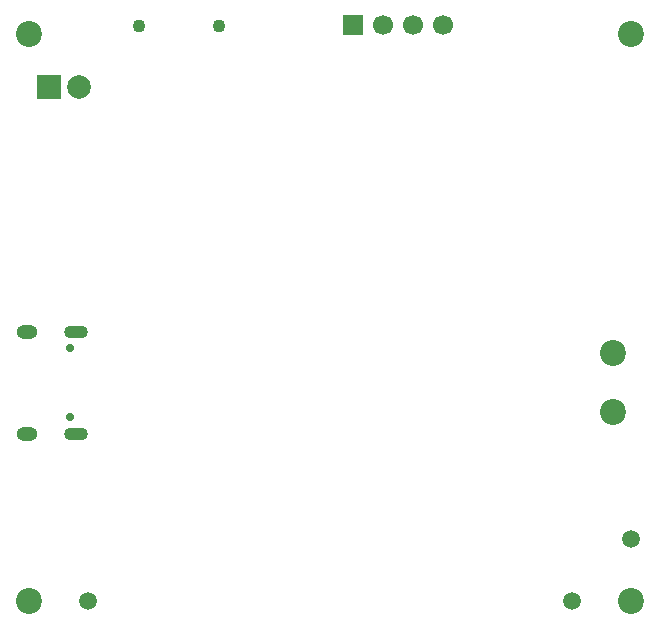
<source format=gbr>
%TF.GenerationSoftware,KiCad,Pcbnew,9.0.3-9.0.3-0~ubuntu22.04.1*%
%TF.CreationDate,2025-09-09T16:21:53+08:00*%
%TF.ProjectId,pdtrigger,70647472-6967-4676-9572-2e6b69636164,rev?*%
%TF.SameCoordinates,Original*%
%TF.FileFunction,Soldermask,Bot*%
%TF.FilePolarity,Negative*%
%FSLAX46Y46*%
G04 Gerber Fmt 4.6, Leading zero omitted, Abs format (unit mm)*
G04 Created by KiCad (PCBNEW 9.0.3-9.0.3-0~ubuntu22.04.1) date 2025-09-09 16:21:53*
%MOMM*%
%LPD*%
G01*
G04 APERTURE LIST*
%ADD10C,2.200000*%
%ADD11O,1.800000X1.200000*%
%ADD12O,2.000000X1.100000*%
%ADD13C,0.700000*%
%ADD14C,1.100000*%
%ADD15C,1.500000*%
%ADD16R,2.000000X2.000000*%
%ADD17C,2.000000*%
%ADD18R,1.700000X1.700000*%
%ADD19C,1.700000*%
G04 APERTURE END LIST*
D10*
%TO.C,U3*%
X30000000Y-19500000D03*
X30000000Y-14500000D03*
%TD*%
%TO.C,H1*%
X-19500000Y12500000D03*
%TD*%
%TO.C,H2*%
X31500000Y12500000D03*
%TD*%
%TO.C,H3*%
X31500000Y-35500000D03*
%TD*%
%TO.C,H4*%
X-19500000Y-35500000D03*
%TD*%
D11*
%TO.C,J2*%
X-19680000Y-21320000D03*
D12*
X-15470000Y-21320000D03*
D11*
X-19680000Y-12680000D03*
D12*
X-15470000Y-12680000D03*
D13*
X-16000000Y-19890000D03*
X-16000000Y-14110000D03*
%TD*%
D14*
%TO.C,SW1*%
X-3350000Y13207500D03*
X-10150000Y13207500D03*
%TD*%
D15*
%TO.C,TP3*%
X-14500000Y-35500000D03*
%TD*%
%TO.C,TP3*%
X26500000Y-35500000D03*
%TD*%
%TO.C,TP3*%
X31500000Y-30250000D03*
%TD*%
D16*
%TO.C,J3*%
X-17790000Y8000000D03*
D17*
X-15250000Y8000000D03*
%TD*%
D18*
%TO.C,J1*%
X7940000Y13250000D03*
D19*
X10480000Y13250000D03*
X13020000Y13250000D03*
X15560000Y13250000D03*
%TD*%
M02*

</source>
